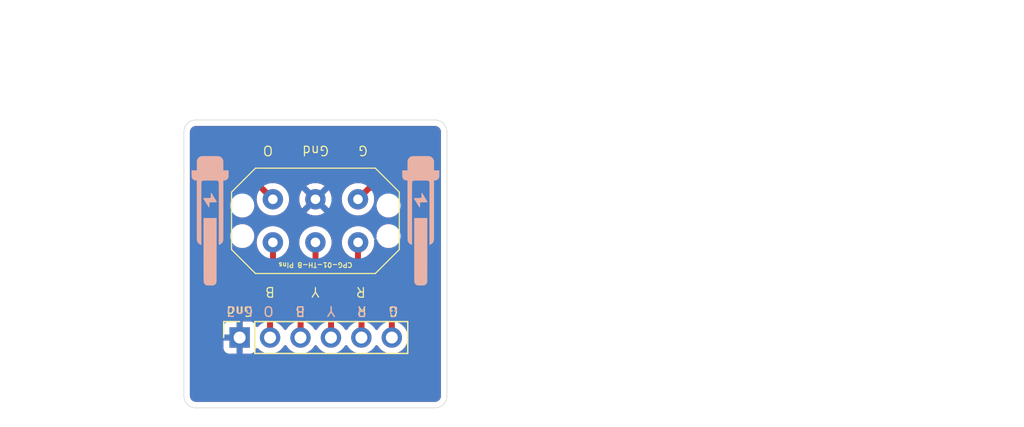
<source format=kicad_pcb>
(kicad_pcb (version 20240108) (generator "pcbnew") (generator_version "8.0")
  (layers (0 "F.Cu" signal) (31 "B.Cu" signal) (34 "B.Paste" user) (35 "F.Paste" user) (36 "B.SilkS" user "B.Silkscreen") (37 "F.SilkS" user "F.Silkscreen") (38 "B.Mask" user) (39 "F.Mask" user) (44 "Edge.Cuts" user))
  (net 0 "")
  (net 1 "Ylw")
  (net 2 "Red")
  (net 3 "GND")
  (net 4 "Ong")
  (net 5 "Grn")
  (net 6 "Blu")
  (footprint "CustomFootprints:SAMESKY_CPG-01-TH-B" (layer "F.Cu") (at 214.295 71.99)
    (property "Reference" "TP4" (hide yes))
    (property "Value" "TestPoint" (hide yes))
    (pad "1" thru_hole circle (at 0 0) (size 1.7 1.7) (drill 0.8) (layers "*.Cu" "*.Mask") (net 2 "Red"))
  )
  (footprint "CustomFootprints:SAMESKY_CPG-01-TH-B" (layer "F.Cu") (at 207.185 68.39)
    (property "Reference" "TP3" (hide yes))
    (property "Value" "TestPoint" (hide yes))
    (pad "1" thru_hole circle (at 0 0) (size 1.7 1.7) (drill 0.8) (layers "*.Cu" "*.Mask") (net 4 "Ong"))
  )
  (footprint "CustomFootprints:MountingHole_1.0mm" (layer "F.Cu") (at 216.835 68.915)
    (property "Reference" "" (hide yes))
    (property "Value" "MountingHole_2.1mm" (hide yes))
    (pad "" np_thru_hole circle (at 0 0) (size 1 1) (drill 1) (layers "F&B.Cu" "*.Mask"))
  )
  (footprint "CustomFootprints:SAMESKY_CPG-01-TH-B" (layer "F.Cu") (at 210.735 68.39)
    (property "Reference" "TP2" (hide yes))
    (property "Value" "TestPoint_Alt" (hide yes))
    (pad "1" thru_hole circle (at 0 0) (size 1.7 1.7) (drill 0.8) (layers "*.Cu" "*.Mask") (net 3 "GND"))
  )
  (footprint "CustomFootprints:MountingHole_1.0mm" (layer "F.Cu") (at 204.635 68.915)
    (property "Reference" "" (hide yes))
    (property "Value" "MountingHole_2.1mm" (hide yes))
    (pad "" np_thru_hole circle (at 0 0) (size 1 1) (drill 1) (layers "F&B.Cu" "*.Mask"))
  )
  (footprint "CustomFootprints:MountingHole_1.0mm" (layer "F.Cu") (at 216.835 71.465)
    (property "Reference" "" (hide yes))
    (property "Value" "MountingHole_2.1mm" (hide yes))
    (pad "" np_thru_hole circle (at 0 0) (size 1 1) (drill 1) (layers "F&B.Cu" "*.Mask"))
  )
  (footprint "CustomFootprints:MountingHole_1.0mm" (layer "F.Cu") (at 204.635 71.465)
    (property "Reference" "" (hide yes))
    (property "Value" "MountingHole_2.1mm" (hide yes))
    (pad "" np_thru_hole circle (at 0 0) (size 1 1) (drill 1) (layers "F&B.Cu" "*.Mask"))
  )
  (footprint "Connector_PinSocket_2.54mm:PinSocket_1x06_P2.54mm_Vertical" (layer "F.Cu") (at 204.41 79.94 90)
    (property "Reference" "J1" (hide yes))
    (property "Value" "Conn_01x06_Socket" (hide yes))
    (fp_line (start 1.33 -1.33) (end 1.33 0) (stroke (width 0.12)) (layer "F.SilkS"))
    (fp_line (start 0 -1.33) (end 1.33 -1.33) (stroke (width 0.12)) (layer "F.SilkS"))
    (fp_line (start 1.33 1.27) (end 1.33 14.03) (stroke (width 0.12)) (layer "F.SilkS"))
    (fp_line (start -1.33 1.27) (end 1.33 1.27) (stroke (width 0.12)) (layer "F.SilkS"))
    (fp_line (start -1.33 1.27) (end -1.33 14.03) (stroke (width 0.12)) (layer "F.SilkS"))
    (fp_line (start -1.33 14.03) (end 1.33 14.03) (stroke (width 0.12)) (layer "F.SilkS"))
    (pad "1" thru_hole rect (at 0 0 90) (size 1.7 1.7) (drill 1) (layers "*.Cu" "*.Mask") (net 3 "GND"))
    (pad "2" thru_hole oval (at 0 2.54 90) (size 1.7 1.7) (drill 1) (layers "*.Cu" "*.Mask") (net 4 "Ong"))
    (pad "3" thru_hole oval (at 0 5.08 90) (size 1.7 1.7) (drill 1) (layers "*.Cu" "*.Mask") (net 6 "Blu"))
    (pad "4" thru_hole oval (at 0 7.62 90) (size 1.7 1.7) (drill 1) (layers "*.Cu" "*.Mask") (net 1 "Ylw"))
    (pad "5" thru_hole oval (at 0 10.16 90) (size 1.7 1.7) (drill 1) (layers "*.Cu" "*.Mask") (net 2 "Red"))
    (pad "6" thru_hole oval (at 0 12.7 90) (size 1.7 1.7) (drill 1) (layers "*.Cu" "*.Mask") (net 5 "Grn"))
  )
  (footprint "CustomFootprints:SAMESKY_CPG-01-TH-B" (layer "F.Cu") (at 214.285 68.39)
    (property "Reference" "TP1" (hide yes))
    (property "Value" "TestPoint" (hide yes))
    (pad "1" thru_hole circle (at 0 0) (size 1.7 1.7) (drill 0.8) (layers "*.Cu" "*.Mask") (net 5 "Grn"))
  )
  (footprint "CustomFootprints:SAMESKY_CPG-01-TH-B" (layer "F.Cu") (at 207.185 71.99)
    (property "Reference" "TP6" (hide yes))
    (property "Value" "TestPoint" (hide yes))
    (pad "1" thru_hole circle (at 0 0) (size 1.7 1.7) (drill 0.8) (layers "*.Cu" "*.Mask") (net 6 "Blu"))
  )
  (footprint "CustomFootprints:SAMESKY_CPG-01-TH-B" (layer "F.Cu") (at 210.735 71.99)
    (property "Reference" "TP5" (hide yes))
    (property "Value" "TestPoint" (hide yes))
    (pad "1" thru_hole circle (at 0 0) (size 1.7 1.7) (drill 0.8) (layers "*.Cu" "*.Mask") (net 1 "Ylw"))
  )
  (footprint "LOGO" (layer "B.Cu") (at 219.525001 70.17)
    (property "Reference" "G***" (hide yes))
    (property "Value" "LOGO" (hide yes))
    (fp_poly (pts (xy 0.042839 5.421567) (xy 0.100638 5.421088) (xy 0.154161 5.420216) (xy 0.200919 5.418952) (xy 0.238426 5.417295) (xy 0.264195 5.415245) (xy 0.272581 5.413923) (xy 0.337922 5.391127) (xy 0.398082 5.355181) (xy 0.450875 5.308275) (xy 0.494112 5.252595) (xy 0.525605 5.19033) (xy 0.538622 5.147881) (xy 0.539453 5.13637) (xy 0.54024 5.109257) (xy 0.540982 5.066564) (xy 0.541679 5.008315) (xy 0.542331 4.934534) (xy 0.542939 4.845243) (xy 0.543501 4.740467) (xy 0.544019 4.620227) (xy 0.544492 4.484548) (xy 0.544919 4.333453) (xy 0.545301 4.166966) (xy 0.545638 3.985108) (xy 0.545929 3.787905) (xy 0.546175 3.575379) (xy 0.546376 3.347553) (xy 0.546531 3.104451) (xy 0.54664 2.846097) (xy 0.546704 2.572512) (xy 0.546717 2.447417) (xy 0.546908 -0.218763) (xy 0 -0.218763) (xy -0.546909 -0.218763) (xy -0.546718 2.447417) (xy -0.546675 2.727689) (xy -0.546585 2.992743) (xy -0.54645 3.242553) (xy -0.54627 3.477098) (xy -0.546044 3.696354) (xy -0.545772 3.900297) (xy -0.545455 4.088904) (xy -0.545093 4.262151) (xy -0.544686 4.420017) (xy -0.544233 4.562476) (xy -0.543735 4.689506) (xy -0.543193 4.801084) (xy -0.542605 4.897186) (xy -0.541972 4.977789) (xy -0.541295 5.04287) (xy -0.540572 5.092405) (xy -0.539805 5.12637) (xy -0.538994 5.144744) (xy -0.538623 5.147881) (xy -0.515827 5.213222) (xy -0.479882 5.273383) (xy -0.432975 5.326176) (xy -0.377296 5.369413) (xy -0.31503 5.400905) (xy -0.272581 5.413923) (xy -0.254487 5.416193) (xy -0.223258 5.41807) (xy -0.181383 5.419555) (xy -0.131348 5.420647) (xy -0.075642 5.421346) (xy -0.01675 5.421653)) (fill solid) (layer "B.SilkS"))
    (fp_poly (pts (xy -0.072286 -1.111611) (xy -0.070349 -1.113321) (xy -0.0654 -1.118571) (xy -0.061619 -1.125545) (xy -0.058849 -1.136238) (xy -0.056933 -1.152644) (xy -0.055716 -1.17676) (xy -0.055041 -1.210581) (xy -0.054751 -1.256102) (xy -0.054691 -1.313152) (xy -0.054498 -1.366018) (xy -0.053956 -1.414075) (xy -0.05312 -1.454982) (xy -0.052048 -1.4864) (xy -0.050795 -1.505988) (xy -0.049949 -1.511172) (xy -0.047261 -1.514493) (xy -0.041 -1.517169) (xy -0.029652 -1.519267) (xy -0.0117 -1.520856) (xy 0.014371 -1.522004) (xy 0.050075 -1.522777) (xy 0.096928 -1.523244) (xy 0.156446 -1.523473) (xy 0.226435 -1.523531) (xy 0.29117 -1.523673) (xy 0.351834 -1.524075) (xy 0.406428 -1.524705) (xy 0.452953 -1.525528) (xy 0.489411 -1.52651) (xy 0.513802 -1.527618) (xy 0.523167 -1.528549) (xy 0.54688 -1.53927) (xy 0.558782 -1.557707) (xy 0.557186 -1.580708) (xy 0.554378 -1.587) (xy 0.545579 -1.602683) (xy 0.529999 -1.629325) (xy 0.508569 -1.665402) (xy 0.482219 -1.709387) (xy 0.451881 -1.759755) (xy 0.418484 -1.814979) (xy 0.382959 -1.873533) (xy 0.346237 -1.933892) (xy 0.309249 -1.994531) (xy 0.272925 -2.053922) (xy 0.238196 -2.110541) (xy 0.205993 -2.162861) (xy 0.177247 -2.209357) (xy 0.152887 -2.248503) (xy 0.133845 -2.278772) (xy 0.121052 -2.29864) (xy 0.115526 -2.306497) (xy 0.096746 -2.318979) (xy 0.079264 -2.316185) (xy 0.067621 -2.306167) (xy 0.063537 -2.300015) (xy 0.060399 -2.290441) (xy 0.058088 -2.27553) (xy 0.056483 -2.253365) (xy 0.055465 -2.22203) (xy 0.054911 -2.179609) (xy 0.054704 -2.124187) (xy 0.05469 -2.10008) (xy 0.054503 -2.036909) (xy 0.053887 -1.987806) (xy 0.052765 -1.951218) (xy 0.051055 -1.925591) (xy 0.04868 -1.909371) (xy 0.045559 -1.901005) (xy 0.04446 -1.89979) (xy 0.033458 -1.897147) (xy 0.007193 -1.894853) (xy -0.034406 -1.892904) (xy -0.091409 -1.891298) (xy -0.163889 -1.890033) (xy -0.251916 -1.889106) (xy -0.256976 -1.889067) (xy -0.332154 -1.888461) (xy -0.393242 -1.887853) (xy -0.441777 -1.887151) (xy -0.479294 -1.886265) (xy -0.50733 -1.885104) (xy -0.52742 -1.883578) (xy -0.5411 -1.881596) (xy -0.549906 -1.879067) (xy -0.555375 -1.875901) (xy -0.559042 -1.872007) (xy -0.559639 -1.871208) (xy -0.567265 -1.853855) (xy -0.567574 -1.842012) (xy -0.562887 -1.832952) (xy -0.550711 -1.811903) (xy -0.531818 -1.780136) (xy -0.506982 -1.738926) (xy -0.476974 -1.689547) (xy -0.442567 -1.63327) (xy -0.404534 -1.571371) (xy -0.363646 -1.505123) (xy -0.343178 -1.472066) (xy -0.287254 -1.382236) (xy -0.238481 -1.304748) (xy -0.196979 -1.239782) (xy -0.162866 -1.187518) (xy -0.13626 -1.148138) (xy -0.11728 -1.121823) (xy -0.106045 -1.108752) (xy -0.104156 -1.10742) (xy -0.087314 -1.10353)) (fill solid) (layer "B.SilkS"))
    (fp_poly (pts (xy 0.748093 2.02652) (xy 0.826814 1.999837) (xy 0.898831 1.9599) (xy 0.962657 1.908184) (xy 1.016809 1.846162) (xy 1.059803 1.775309) (xy 1.090154 1.697099) (xy 1.094009 1.682948) (xy 1.09546 1.677075) (xy 1.096816 1.670831) (xy 1.098083 1.663698) (xy 1.099261 1.655159) (xy 1.100355 1.644694) (xy 1.101368 1.631787) (xy 1.102303 1.615918) (xy 1.103162 1.59657) (xy 1.10395 1.573225) (xy 1.104669 1.545365) (xy 1.105322 1.512472) (xy 1.105913 1.474028) (xy 1.106445 1.429515) (xy 1.10692 1.378415) (xy 1.107342 1.320209) (xy 1.107715 1.25438) (xy 1.10804 1.18041) (xy 1.108322 1.097781) (xy 1.108563 1.005975) (xy 1.108768 0.904473) (xy 1.108937 0.792758) (xy 1.109076 0.670312) (xy 1.109187 0.536616) (xy 1.109273 0.391153) (xy 1.109337 0.233405) (xy 1.109383 0.062853) (xy 1.109413 -0.12102) (xy 1.109431 -0.318732) (xy 1.10944 -0.530802) (xy 1.109443 -0.757747) (xy 1.109443 -0.864584) (xy 1.109443 -3.351768) (xy 1.1739 -3.351959) (xy 1.209451 -3.353048) (xy 1.243755 -3.355745) (xy 1.270077 -3.359499) (xy 1.272642 -3.360054) (xy 1.337983 -3.382851) (xy 1.398144 -3.418796) (xy 1.450937 -3.465702) (xy 1.494173 -3.521382) (xy 1.525666 -3.583647) (xy 1.538684 -3.626096) (xy 1.540667 -3.642526) (xy 1.542459 -3.672649) (xy 1.544009 -3.714532) (xy 1.545265 -3.766243) (xy 1.546175 -3.825849) (xy 1.546686 -3.891417) (xy 1.546779 -3.927976) (xy 1.54697 -4.19557) (xy 1.328206 -4.19557) (xy 1.109443 -4.19557) (xy 1.109443 -4.584969) (xy 1.109409 -4.673819) (xy 1.109273 -4.748533) (xy 1.108984 -4.810601) (xy 1.10849 -4.861513) (xy 1.107741 -4.90276) (xy 1.106686 -4.935832) (xy 1.105273 -4.962218) (xy 1.10345 -4.983409) (xy 1.101168 -5.000895) (xy 1.098375 -5.016166) (xy 1.09502 -5.030712) (xy 1.094009 -5.034715) (xy 1.071996 -5.10236) (xy 1.041727 -5.161553) (xy 1.000534 -5.216906) (xy 0.969072 -5.250585) (xy 0.913801 -5.299711) (xy 0.857488 -5.336292) (xy 0.795524 -5.362998) (xy 0.753202 -5.375522) (xy 0.742265 -5.378191) (xy 0.730969 -5.380533) (xy 0.718271 -5.382568) (xy 0.70313 -5.384317) (xy 0.684505 -5.3858) (xy 0.661353 -5.387038) (xy 0.632633 -5.388052) (xy 0.597303 -5.388863) (xy 0.554322 -5.38949) (xy 0.502647 -5.389956) (xy 0.441238 -5.390279) (xy 0.369052 -5.390482) (xy 0.285048 -5.390585) (xy 0.188183 -5.390608) (xy 0.077418 -5.390572) (xy -0.003203 -5.390526) (xy -0.123798 -5.390438) (xy -0.229803 -5.390319) (xy -0.322255 -5.390148) (xy -0.40219 -5.389903) (xy -0.470645 -5.389563) (xy -0.528657 -5.389108) (xy -0.57726 -5.388515) (xy -0.617493 -5.387765) (xy -0.650392 -5.386835) (xy -0.676992 -5.385705) (xy -0.698331 -5.384353) (xy -0.715444 -5.382759) (xy -0.729369 -5.3809) (xy -0.741141 -5.378757) (xy -0.751797 -5.376307) (xy -0.756284 -5.375157) (xy -0.824227 -5.352321) (xy -0.884293 -5.320536) (xy -0.940845 -5.277247) (xy -0.969073 -5.250585) (xy -1.018198 -5.195314) (xy -1.05478 -5.139002) (xy -1.081485 -5.077037) (xy -1.09401 -5.034715) (xy -1.097526 -5.02011) (xy -1.100466 -5.005182) (xy -1.102881 -4.988442) (xy -1.104823 -4.9684) (xy -1.106342 -4.943566) (xy -1.107489 -4.91245) (xy -1.108316 -4.873562) (xy -1.108873 -4.825411) (xy -1.109213 -4.766507) (xy -1.109385 -4.695361) (xy -1.109442 -4.610482) (xy -1.109444 -4.584969) (xy -1.109444 -4.19557) (xy -1.328207 -4.19557) (xy -1.546971 -4.19557) (xy -1.54678 -3.927976) (xy -1.5465 -3.860028) (xy -1.545795 -3.797016) (xy -1.544716 -3.740875) (xy -1.543316 -3.693535) (xy -1.541646 -3.65693) (xy -1.539757 -3.632993) (xy -1.538685 -3.626096) (xy -1.515888 -3.560755) (xy -1.479943 -3.500594) (xy -1.433037 -3.447801) (xy -1.377357 -3.404565) (xy -1.315092 -3.373072) (xy -1.272643 -3.360054) (xy -1.247907 -3.356201) (xy -1.214285 -3.353329) (xy -1.178509 -3.351992) (xy -1.173901 -3.351959) (xy -1.109444 -3.351768) (xy -1.109444 -0.864584) (xy -1.109442 -0.630793) (xy -1.109437 -0.412111) (xy -1.109423 -0.208018) (xy -1.109399 -0.017998) (xy -1.10936 0.158469) (xy -1.109305 0.3219) (xy -1.109229 0.472813) (xy -1.10913 0.611726) (xy -1.109004 0.739157) (xy -1.108849 0.855625) (xy -1.10866 0.961647) (xy -1.108436 1.057741) (xy -1.108173 1.144425) (xy -1.107867 1.222218) (xy -1.107516 1.291636) (xy -1.107117 1.353199) (xy -1.106666 1.407425) (xy -1.10616 1.454831) (xy -1.105596 1.495935) (xy -1.104971 1.531255) (xy -1.104282 1.56131) (xy -1.103525 1.586617) (xy -1.102698 1.607695) (xy -1.101798 1.625061) (xy -1.10082 1.639234) (xy -1.099763 1.650731) (xy -1.098623 1.660071) (xy -1.097396 1.667771) (xy -1.096081 1.674349) (xy -1.094672 1.680324) (xy -1.09401 1.682948) (xy -1.065993 1.762279) (xy -1.025078 1.834509) (xy -0.972748 1.898162) (xy -0.910487 1.951764) (xy -0.83978 1.993842) (xy -0.762111 2.022921) (xy -0.748093 2.02652) (xy -0.726608 2.031673) (xy -0.726608 -0.572713) (xy -0.72662 -0.81524) (xy -0.726651 -1.042634) (xy -0.72669 -1.255389) (xy -0.726725 -1.453998) (xy -0.726747 -1.638954) (xy -0.726744 -1.81075) (xy -0.726707 -1.96988) (xy -0.726624 -2.116837) (xy -0.726484 -2.252113) (xy -0.726278 -2.376204) (xy -0.725994 -2.4896) (xy -0.725622 -2.592797) (xy -0.725151 -2.686286) (xy -0.72457 -2.770562) (xy -0.723869 -2.846118) (xy -0.723038 -2.913447) (xy -0.722065 -2.973041) (xy -0.720939 -3.025395) (xy -0.719651 -3.071002) (xy -0.71819 -3.110354) (xy -0.716545 -3.143946) (xy -0.714704 -3.17227) (xy -0.712659 -3.19582) (xy -0.710397 -3.215089) (xy -0.707909 -3.230569) (xy -0.705184 -3.242756) (xy -0.70221 -3.252141) (xy -0.698978 -3.259217) (xy -0.695477 -3.264479) (xy -0.691695 -3.26842) (xy -0.687624 -3.271532) (xy -0.683251 -3.274309) (xy -0.678566 -3.277244) (xy -0.673558 -3.280831) (xy -0.668218 -3.285562) (xy -0.668038 -3.285741) (xy -0.657465 -3.296409) (xy -0.647788 -3.305699) (xy -0.637905 -3.313703) (xy -0.626719 -3.320511) (xy -0.613129 -3.326216) (xy -0.596035 -3.330907) (xy -0.574339 -3.334677) (xy -0.54694 -3.337616) (xy -0.512739 -3.339815) (xy -0.470636 -3.341366) (xy -0.419532 -3.34236) (xy -0.358327 -3.342888) (xy -0.285921 -3.343042) (xy -0.201215 -3.342911) (xy -0.10311 -3.342588) (xy 0.009495 -3.342163) (xy 0.012449 -3.342152) (xy 0.582496 -3.340049) (xy 0.621274 -3.32009) (xy 0.65866 -3.294065) (xy 0.690696 -3.259097) (xy 0.713191 -3.22015) (xy 0.718438 -3.205078) (xy 0.719287 -3.194966) (xy 0.720088 -3.170863) (xy 0.720841 -3.132677) (xy 0.721546 -3.080317) (xy 0.722203 -3.01369) (xy 0.722813 -2.932706) (xy 0.723376 -2.837274) (xy 0.723892 -2.7273) (xy 0.724362 -2.602695) (xy 0.724785 -2.463365) (xy 0.725163 -2.309221) (xy 0.725495 -2.14017) (xy 0.725781 -1.956121) (xy 0.726023 -1.756982) (xy 0.726219 -1.542661) (xy 0.726371 -1.313068) (xy 0.726479 -1.06811) (xy 0.726543 -0.807697) (xy 0.726563 -0.572152) (xy 0.726607 2.031673)) (fill solid) (layer "B.SilkS"))
  )
  (footprint "LOGO" (layer "B.Cu") (at 201.945001 70.17)
    (property "Reference" "G***" (hide yes))
    (property "Value" "LOGO" (hide yes))
    (fp_poly (pts (xy 0.042839 5.421567) (xy 0.100638 5.421088) (xy 0.154161 5.420216) (xy 0.200919 5.418952) (xy 0.238426 5.417295) (xy 0.264195 5.415245) (xy 0.272581 5.413923) (xy 0.337922 5.391127) (xy 0.398082 5.355181) (xy 0.450875 5.308275) (xy 0.494112 5.252595) (xy 0.525605 5.19033) (xy 0.538622 5.147881) (xy 0.539453 5.13637) (xy 0.54024 5.109257) (xy 0.540982 5.066564) (xy 0.541679 5.008315) (xy 0.542331 4.934534) (xy 0.542939 4.845243) (xy 0.543501 4.740467) (xy 0.544019 4.620227) (xy 0.544492 4.484548) (xy 0.544919 4.333453) (xy 0.545301 4.166966) (xy 0.545638 3.985108) (xy 0.545929 3.787905) (xy 0.546175 3.575379) (xy 0.546376 3.347553) (xy 0.546531 3.104451) (xy 0.54664 2.846097) (xy 0.546704 2.572512) (xy 0.546717 2.447417) (xy 0.546908 -0.218763) (xy 0 -0.218763) (xy -0.546909 -0.218763) (xy -0.546718 2.447417) (xy -0.546675 2.727689) (xy -0.546585 2.992743) (xy -0.54645 3.242553) (xy -0.54627 3.477098) (xy -0.546044 3.696354) (xy -0.545772 3.900297) (xy -0.545455 4.088904) (xy -0.545093 4.262151) (xy -0.544686 4.420017) (xy -0.544233 4.562476) (xy -0.543735 4.689506) (xy -0.543193 4.801084) (xy -0.542605 4.897186) (xy -0.541972 4.977789) (xy -0.541295 5.04287) (xy -0.540572 5.092405) (xy -0.539805 5.12637) (xy -0.538994 5.144744) (xy -0.538623 5.147881) (xy -0.515827 5.213222) (xy -0.479882 5.273383) (xy -0.432975 5.326176) (xy -0.377296 5.369413) (xy -0.31503 5.400905) (xy -0.272581 5.413923) (xy -0.254487 5.416193) (xy -0.223258 5.41807) (xy -0.181383 5.419555) (xy -0.131348 5.420647) (xy -0.075642 5.421346) (xy -0.01675 5.421653)) (fill solid) (layer "B.SilkS"))
    (fp_poly (pts (xy -0.072286 -1.111611) (xy -0.070349 -1.113321) (xy -0.0654 -1.118571) (xy -0.061619 -1.125545) (xy -0.058849 -1.136238) (xy -0.056933 -1.152644) (xy -0.055716 -1.17676) (xy -0.055041 -1.210581) (xy -0.054751 -1.256102) (xy -0.054691 -1.313152) (xy -0.054498 -1.366018) (xy -0.053956 -1.414075) (xy -0.05312 -1.454982) (xy -0.052048 -1.4864) (xy -0.050795 -1.505988) (xy -0.049949 -1.511172) (xy -0.047261 -1.514493) (xy -0.041 -1.517169) (xy -0.029652 -1.519267) (xy -0.0117 -1.520856) (xy 0.014371 -1.522004) (xy 0.050075 -1.522777) (xy 0.096928 -1.523244) (xy 0.156446 -1.523473) (xy 0.226435 -1.523531) (xy 0.29117 -1.523673) (xy 0.351834 -1.524075) (xy 0.406428 -1.524705) (xy 0.452953 -1.525528) (xy 0.489411 -1.52651) (xy 0.513802 -1.527618) (xy 0.523167 -1.528549) (xy 0.54688 -1.53927) (xy 0.558782 -1.557707) (xy 0.557186 -1.580708) (xy 0.554378 -1.587) (xy 0.545579 -1.602683) (xy 0.529999 -1.629325) (xy 0.508569 -1.665402) (xy 0.482219 -1.709387) (xy 0.451881 -1.759755) (xy 0.418484 -1.814979) (xy 0.382959 -1.873533) (xy 0.346237 -1.933892) (xy 0.309249 -1.994531) (xy 0.272925 -2.053922) (xy 0.238196 -2.110541) (xy 0.205993 -2.162861) (xy 0.177247 -2.209357) (xy 0.152887 -2.248503) (xy 0.133845 -2.278772) (xy 0.121052 -2.29864) (xy 0.115526 -2.306497) (xy 0.096746 -2.318979) (xy 0.079264 -2.316185) (xy 0.067621 -2.306167) (xy 0.063537 -2.300015) (xy 0.060399 -2.290441) (xy 0.058088 -2.27553) (xy 0.056483 -2.253365) (xy 0.055465 -2.22203) (xy 0.054911 -2.179609) (xy 0.054704 -2.124187) (xy 0.05469 -2.10008) (xy 0.054503 -2.036909) (xy 0.053887 -1.987806) (xy 0.052765 -1.951218) (xy 0.051055 -1.925591) (xy 0.04868 -1.909371) (xy 0.045559 -1.901005) (xy 0.04446 -1.89979) (xy 0.033458 -1.897147) (xy 0.007193 -1.894853) (xy -0.034406 -1.892904) (xy -0.091409 -1.891298) (xy -0.163889 -1.890033) (xy -0.251916 -1.889106) (xy -0.256976 -1.889067) (xy -0.332154 -1.888461) (xy -0.393242 -1.887853) (xy -0.441777 -1.887151) (xy -0.479294 -1.886265) (xy -0.50733 -1.885104) (xy -0.52742 -1.883578) (xy -0.5411 -1.881596) (xy -0.549906 -1.879067) (xy -0.555375 -1.875901) (xy -0.559042 -1.872007) (xy -0.559639 -1.871208) (xy -0.567265 -1.853855) (xy -0.567574 -1.842012) (xy -0.562887 -1.832952) (xy -0.550711 -1.811903) (xy -0.531818 -1.780136) (xy -0.506982 -1.738926) (xy -0.476974 -1.689547) (xy -0.442567 -1.63327) (xy -0.404534 -1.571371) (xy -0.363646 -1.505123) (xy -0.343178 -1.472066) (xy -0.287254 -1.382236) (xy -0.238481 -1.304748) (xy -0.196979 -1.239782) (xy -0.162866 -1.187518) (xy -0.13626 -1.148138) (xy -0.11728 -1.121823) (xy -0.106045 -1.108752) (xy -0.104156 -1.10742) (xy -0.087314 -1.10353)) (fill solid) (layer "B.SilkS"))
    (fp_poly (pts (xy 0.748093 2.02652) (xy 0.826814 1.999837) (xy 0.898831 1.9599) (xy 0.962657 1.908184) (xy 1.016809 1.846162) (xy 1.059803 1.775309) (xy 1.090154 1.697099) (xy 1.094009 1.682948) (xy 1.09546 1.677075) (xy 1.096816 1.670831) (xy 1.098083 1.663698) (xy 1.099261 1.655159) (xy 1.100355 1.644694) (xy 1.101368 1.631787) (xy 1.102303 1.615918) (xy 1.103162 1.59657) (xy 1.10395 1.573225) (xy 1.104669 1.545365) (xy 1.105322 1.512472) (xy 1.105913 1.474028) (xy 1.106445 1.429515) (xy 1.10692 1.378415) (xy 1.107342 1.320209) (xy 1.107715 1.25438) (xy 1.10804 1.18041) (xy 1.108322 1.097781) (xy 1.108563 1.005975) (xy 1.108768 0.904473) (xy 1.108937 0.792758) (xy 1.109076 0.670312) (xy 1.109187 0.536616) (xy 1.109273 0.391153) (xy 1.109337 0.233405) (xy 1.109383 0.062853) (xy 1.109413 -0.12102) (xy 1.109431 -0.318732) (xy 1.10944 -0.530802) (xy 1.109443 -0.757747) (xy 1.109443 -0.864584) (xy 1.109443 -3.351768) (xy 1.1739 -3.351959) (xy 1.209451 -3.353048) (xy 1.243755 -3.355745) (xy 1.270077 -3.359499) (xy 1.272642 -3.360054) (xy 1.337983 -3.382851) (xy 1.398144 -3.418796) (xy 1.450937 -3.465702) (xy 1.494173 -3.521382) (xy 1.525666 -3.583647) (xy 1.538684 -3.626096) (xy 1.540667 -3.642526) (xy 1.542459 -3.672649) (xy 1.544009 -3.714532) (xy 1.545265 -3.766243) (xy 1.546175 -3.825849) (xy 1.546686 -3.891417) (xy 1.546779 -3.927976) (xy 1.54697 -4.19557) (xy 1.328206 -4.19557) (xy 1.109443 -4.19557) (xy 1.109443 -4.584969) (xy 1.109409 -4.673819) (xy 1.109273 -4.748533) (xy 1.108984 -4.810601) (xy 1.10849 -4.861513) (xy 1.107741 -4.90276) (xy 1.106686 -4.935832) (xy 1.105273 -4.962218) (xy 1.10345 -4.983409) (xy 1.101168 -5.000895) (xy 1.098375 -5.016166) (xy 1.09502 -5.030712) (xy 1.094009 -5.034715) (xy 1.071996 -5.10236) (xy 1.041727 -5.161553) (xy 1.000534 -5.216906) (xy 0.969072 -5.250585) (xy 0.913801 -5.299711) (xy 0.857488 -5.336292) (xy 0.795524 -5.362998) (xy 0.753202 -5.375522) (xy 0.742265 -5.378191) (xy 0.730969 -5.380533) (xy 0.718271 -5.382568) (xy 0.70313 -5.384317) (xy 0.684505 -5.3858) (xy 0.661353 -5.387038) (xy 0.632633 -5.388052) (xy 0.597303 -5.388863) (xy 0.554322 -5.38949) (xy 0.502647 -5.389956) (xy 0.441238 -5.390279) (xy 0.369052 -5.390482) (xy 0.285048 -5.390585) (xy 0.188183 -5.390608) (xy 0.077418 -5.390572) (xy -0.003203 -5.390526) (xy -0.123798 -5.390438) (xy -0.229803 -5.390319) (xy -0.322255 -5.390148) (xy -0.40219 -5.389903) (xy -0.470645 -5.389563) (xy -0.528657 -5.389108) (xy -0.57726 -5.388515) (xy -0.617493 -5.387765) (xy -0.650392 -5.386835) (xy -0.676992 -5.385705) (xy -0.698331 -5.384353) (xy -0.715444 -5.382759) (xy -0.729369 -5.3809) (xy -0.741141 -5.378757) (xy -0.751797 -5.376307) (xy -0.756284 -5.375157) (xy -0.824227 -5.352321) (xy -0.884293 -5.320536) (xy -0.940845 -5.277247) (xy -0.969073 -5.250585) (xy -1.018198 -5.195314) (xy -1.05478 -5.139002) (xy -1.081485 -5.077037) (xy -1.09401 -5.034715) (xy -1.097526 -5.02011) (xy -1.100466 -5.005182) (xy -1.102881 -4.988442) (xy -1.104823 -4.9684) (xy -1.106342 -4.943566) (xy -1.107489 -4.91245) (xy -1.108316 -4.873562) (xy -1.108873 -4.825411) (xy -1.109213 -4.766507) (xy -1.109385 -4.695361) (xy -1.109442 -4.610482) (xy -1.109444 -4.584969) (xy -1.109444 -4.19557) (xy -1.328207 -4.19557) (xy -1.546971 -4.19557) (xy -1.54678 -3.927976) (xy -1.5465 -3.860028) (xy -1.545795 -3.797016) (xy -1.544716 -3.740875) (xy -1.543316 -3.693535) (xy -1.541646 -3.65693) (xy -1.539757 -3.632993) (xy -1.538685 -3.626096) (xy -1.515888 -3.560755) (xy -1.479943 -3.500594) (xy -1.433037 -3.447801) (xy -1.377357 -3.404565) (xy -1.315092 -3.373072) (xy -1.272643 -3.360054) (xy -1.247907 -3.356201) (xy -1.214285 -3.353329) (xy -1.178509 -3.351992) (xy -1.173901 -3.351959) (xy -1.109444 -3.351768) (xy -1.109444 -0.864584) (xy -1.109442 -0.630793) (xy -1.109437 -0.412111) (xy -1.109423 -0.208018) (xy -1.109399 -0.017998) (xy -1.10936 0.158469) (xy -1.109305 0.3219) (xy -1.109229 0.472813) (xy -1.10913 0.611726) (xy -1.109004 0.739157) (xy -1.108849 0.855625) (xy -1.10866 0.961647) (xy -1.108436 1.057741) (xy -1.108173 1.144425) (xy -1.107867 1.222218) (xy -1.107516 1.291636) (xy -1.107117 1.353199) (xy -1.106666 1.407425) (xy -1.10616 1.454831) (xy -1.105596 1.495935) (xy -1.104971 1.531255) (xy -1.104282 1.56131) (xy -1.103525 1.586617) (xy -1.102698 1.607695) (xy -1.101798 1.625061) (xy -1.10082 1.639234) (xy -1.099763 1.650731) (xy -1.098623 1.660071) (xy -1.097396 1.667771) (xy -1.096081 1.674349) (xy -1.094672 1.680324) (xy -1.09401 1.682948) (xy -1.065993 1.762279) (xy -1.025078 1.834509) (xy -0.972748 1.898162) (xy -0.910487 1.951764) (xy -0.83978 1.993842) (xy -0.762111 2.022921) (xy -0.748093 2.02652) (xy -0.726608 2.031673) (xy -0.726608 -0.572713) (xy -0.72662 -0.81524) (xy -0.726651 -1.042634) (xy -0.72669 -1.255389) (xy -0.726725 -1.453998) (xy -0.726747 -1.638954) (xy -0.726744 -1.81075) (xy -0.726707 -1.96988) (xy -0.726624 -2.116837) (xy -0.726484 -2.252113) (xy -0.726278 -2.376204) (xy -0.725994 -2.4896) (xy -0.725622 -2.592797) (xy -0.725151 -2.686286) (xy -0.72457 -2.770562) (xy -0.723869 -2.846118) (xy -0.723038 -2.913447) (xy -0.722065 -2.973041) (xy -0.720939 -3.025395) (xy -0.719651 -3.071002) (xy -0.71819 -3.110354) (xy -0.716545 -3.143946) (xy -0.714704 -3.17227) (xy -0.712659 -3.19582) (xy -0.710397 -3.215089) (xy -0.707909 -3.230569) (xy -0.705184 -3.242756) (xy -0.70221 -3.252141) (xy -0.698978 -3.259217) (xy -0.695477 -3.264479) (xy -0.691695 -3.26842) (xy -0.687624 -3.271532) (xy -0.683251 -3.274309) (xy -0.678566 -3.277244) (xy -0.673558 -3.280831) (xy -0.668218 -3.285562) (xy -0.668038 -3.285741) (xy -0.657465 -3.296409) (xy -0.647788 -3.305699) (xy -0.637905 -3.313703) (xy -0.626719 -3.320511) (xy -0.613129 -3.326216) (xy -0.596035 -3.330907) (xy -0.574339 -3.334677) (xy -0.54694 -3.337616) (xy -0.512739 -3.339815) (xy -0.470636 -3.341366) (xy -0.419532 -3.34236) (xy -0.358327 -3.342888) (xy -0.285921 -3.343042) (xy -0.201215 -3.342911) (xy -0.10311 -3.342588) (xy 0.009495 -3.342163) (xy 0.012449 -3.342152) (xy 0.582496 -3.340049) (xy 0.621274 -3.32009) (xy 0.65866 -3.294065) (xy 0.690696 -3.259097) (xy 0.713191 -3.22015) (xy 0.718438 -3.205078) (xy 0.719287 -3.194966) (xy 0.720088 -3.170863) (xy 0.720841 -3.132677) (xy 0.721546 -3.080317) (xy 0.722203 -3.01369) (xy 0.722813 -2.932706) (xy 0.723376 -2.837274) (xy 0.723892 -2.7273) (xy 0.724362 -2.602695) (xy 0.724785 -2.463365) (xy 0.725163 -2.309221) (xy 0.725495 -2.14017) (xy 0.725781 -1.956121) (xy 0.726023 -1.756982) (xy 0.726219 -1.542661) (xy 0.726371 -1.313068) (xy 0.726479 -1.06811) (xy 0.726543 -0.807697) (xy 0.726563 -0.572152) (xy 0.726607 2.031673)) (fill solid) (layer "B.SilkS"))
  )
  (gr_line (start 217.735 67.79) (end 217.735 72.59) (stroke (width 0.1)) (layer "F.SilkS"))
  (gr_line (start 205.735 74.59) (end 203.735 72.59) (stroke (width 0.1)) (layer "F.SilkS"))
  (gr_line (start 203.735 67.79) (end 203.735 72.59) (stroke (width 0.1)) (layer "F.SilkS"))
  (gr_line (start 215.735 74.59) (end 205.735 74.59) (stroke (width 0.1)) (layer "F.SilkS"))
  (gr_line (start 205.735 65.79) (end 203.735 67.79) (stroke (width 0.1)) (layer "F.SilkS"))
  (gr_line (start 215.735 65.79) (end 217.735 67.79) (stroke (width 0.1)) (layer "F.SilkS"))
  (gr_line (start 217.735 72.59) (end 215.735 74.59) (stroke (width 0.1)) (layer "F.SilkS"))
  (gr_line (start 215.735 65.79) (end 205.735 65.79) (stroke (width 0.1)) (layer "F.SilkS"))
  (gr_arc (start 221.71 84.815) (mid 221.417107 85.522107) (end 220.71 85.815) (stroke (width 0.05)) (layer "Edge.Cuts"))
  (gr_line (start 221.71 62.765) (end 221.71 84.815) (stroke (width 0.05)) (layer "Edge.Cuts"))
  (gr_line (start 220.71 85.815) (end 200.76 85.815) (stroke (width 0.05)) (layer "Edge.Cuts"))
  (gr_arc (start 199.76 62.765) (mid 200.052893 62.057893) (end 200.76 61.765) (stroke (width 0.05)) (layer "Edge.Cuts"))
  (gr_arc (start 200.76 85.815) (mid 200.052893 85.522107) (end 199.76 84.815) (stroke (width 0.05)) (layer "Edge.Cuts"))
  (gr_line (start 200.76 61.765) (end 220.71 61.765) (stroke (width 0.05)) (layer "Edge.Cuts"))
  (gr_line (start 199.76 84.815) (end 199.76 62.765) (stroke (width 0.05)) (layer "Edge.Cuts"))
  (gr_arc (start 220.71 61.765) (mid 221.417107 62.057893) (end 221.71 62.765) (stroke (width 0.05)) (layer "Edge.Cuts"))
  (gr_text "O   B   Y   R   G" (at 212.03 77.74 180) (layer "B.SilkS") (effects (font (size 0.8 0.8) (thickness 0.1)) (justify mirror)))
  (gr_text "Gnd" (at 204.42 77.74 180) (layer "B.SilkS") (effects (font (size 0.8 0.8) (thickness 0.1)) (justify mirror)))
  (gr_text "R     Y     B" (at 210.735 76.13 180) (layer "F.SilkS") (effects (font (size 0.8 0.8) (thickness 0.1))))
  (gr_text "G   R   Y   B   O" (at 212.02 77.74 180) (layer "F.SilkS") (effects (font (size 0.8 0.8) (thickness 0.1))))
  (gr_text "Gnd" (at 204.42 77.74 180) (layer "F.SilkS") (effects (font (size 0.8 0.8) (thickness 0.1))))
  (gr_text "G    Gnd    O" (at 210.735 64.32 180) (layer "F.SilkS") (effects (font (size 0.8 0.8) (thickness 0.1))))
  (gr_text "CPG-01-TH-B Pins" (at 210.735 73.87 180) (layer "F.SilkS") (effects (font (size 0.4 0.4) (thickness 0.08) (bold yes))))
  (segment (start 210.745 75.755) (end 210.745 71.99) (width 0.5) (layer "F.Cu") (net 1))
  (segment (start 212.04 77.05) (end 210.745 75.755) (width 0.5) (layer "F.Cu") (net 1))
  (segment (start 212.04 79.81) (end 212.04 77.05) (width 0.5) (layer "F.Cu") (net 1))
  (segment (start 214.58 79.81) (end 214.58 77.05) (width 0.5) (layer "F.Cu") (net 2))
  (segment (start 214.285 71.99) (end 214.285 76.755) (width 0.5) (layer "F.Cu") (net 2))
  (segment (start 214.285 76.755) (end 214.58 77.05) (width 0.5) (layer "F.Cu") (net 2))
  (segment (start 202.06 67.6) (end 203.68 65.98) (width 0.5) (layer "F.Cu") (net 3))
  (segment (start 204.41 79.94) (end 204.41 76.99) (width 0.5) (layer "F.Cu") (net 3))
  (segment (start 202.06 74.64) (end 202.06 67.6) (width 0.5) (layer "F.Cu") (net 3))
  (segment (start 203.68 65.98) (end 208.325 65.98) (width 0.5) (layer "F.Cu") (net 3))
  (segment (start 204.41 76.99) (end 202.06 74.64) (width 0.5) (layer "F.Cu") (net 3))
  (segment (start 208.325 65.98) (end 210.735 68.39) (width 0.5) (layer "F.Cu") (net 3))
  (segment (start 206.055 67.26) (end 207.185 68.39) (width 0.5) (layer "F.Cu") (net 4))
  (segment (start 204.22 67.26) (end 206.055 67.26) (width 0.5) (layer "F.Cu") (net 4))
  (segment (start 203.382544 73.522544) (end 203.382544 68.097456) (width 0.5) (layer "F.Cu") (net 4))
  (segment (start 203.382544 68.097456) (end 204.22 67.26) (width 0.5) (layer "F.Cu") (net 4))
  (segment (start 206.95 79.94) (end 206.95 77.09) (width 0.5) (layer "F.Cu") (net 4))
  (segment (start 206.95 77.09) (end 203.382544 73.522544) (width 0.5) (layer "F.Cu") (net 4))
  (segment (start 215.245 67.43) (end 214.285 68.39) (width 0.5) (layer "F.Cu") (net 5))
  (segment (start 217.11 76.94) (end 218.2 75.85) (width 0.5) (layer "F.Cu") (net 5))
  (segment (start 218.2 75.85) (end 218.2 68.23) (width 0.5) (layer "F.Cu") (net 5))
  (segment (start 217.4 67.43) (end 215.245 67.43) (width 0.5) (layer "F.Cu") (net 5))
  (segment (start 217.11 79.94) (end 217.11 76.94) (width 0.5) (layer "F.Cu") (net 5))
  (segment (start 218.2 68.23) (end 217.4 67.43) (width 0.5) (layer "F.Cu") (net 5))
  (segment (start 209.5 77.05) (end 207.195 74.745) (width 0.5) (layer "F.Cu") (net 6))
  (segment (start 209.5 79.81) (end 209.5 77.05) (width 0.5) (layer "F.Cu") (net 6))
  (segment (start 207.195 74.745) (end 207.195 71.99) (width 0.5) (layer "F.Cu") (net 6))
  (zone (net 3) (net_name "GND") (layer "F.Cu") (connect_pads (clearance 0.5)) (min_thickness 0.25) (fill yes (thermal_gap 0.5) (thermal_bridge_width 0.5))
    (polygon (pts (xy 222.45 86.5) (xy 199.02 86.65) (xy 199.18 61.13) (xy 222.41 61.13)))
  )
  (zone (net 3) (net_name "GND") (layer "B.Cu") (priority 1) (connect_pads (clearance 0.5)) (min_thickness 0.25) (fill yes (thermal_gap 0.5) (thermal_bridge_width 0.5))
    (polygon (pts (xy 223.1 60.67) (xy 198.45 60.63) (xy 198.3 87.34) (xy 223.52 87.41)))
  )
)
</source>
